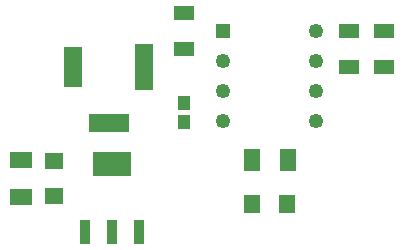
<source format=gbr>
G04*
G04 #@! TF.GenerationSoftware,Altium Limited,Altium Designer,24.8.2 (39)*
G04*
G04 Layer_Color=255*
%FSLAX25Y25*%
%MOIN*%
G70*
G04*
G04 #@! TF.SameCoordinates,7DA90572-2472-42F9-BF80-4CDDFEAFDCCF*
G04*
G04*
G04 #@! TF.FilePolarity,Positive*
G04*
G01*
G75*
%ADD18R,0.05339X0.07316*%
%ADD19R,0.05512X0.06299*%
%ADD20R,0.07087X0.04921*%
%ADD21R,0.04166X0.05142*%
%ADD22R,0.07316X0.05339*%
%ADD23R,0.06299X0.05512*%
%ADD24R,0.03543X0.08268*%
%ADD25R,0.12598X0.08268*%
%ADD31C,0.04921*%
%ADD32R,0.04921X0.04921*%
%ADD38R,0.13780X0.05906*%
%ADD39R,0.05906X0.13780*%
%ADD40R,0.05906X0.15748*%
D18*
X390008Y358500D02*
D03*
X377992D02*
D03*
D19*
X389906Y344000D02*
D03*
X378095D02*
D03*
D20*
X410500Y401504D02*
D03*
Y389496D02*
D03*
X422000Y389496D02*
D03*
Y401504D02*
D03*
X355500Y407504D02*
D03*
Y395496D02*
D03*
D21*
Y371445D02*
D03*
Y377555D02*
D03*
D22*
X301000Y346492D02*
D03*
Y358508D02*
D03*
D23*
X312000Y346595D02*
D03*
Y358405D02*
D03*
D24*
X322445Y334780D02*
D03*
X331500D02*
D03*
X340555D02*
D03*
D25*
X331500Y357221D02*
D03*
D31*
X399630Y401500D02*
D03*
Y391500D02*
D03*
Y381500D02*
D03*
Y371500D02*
D03*
X368370D02*
D03*
Y381500D02*
D03*
Y391500D02*
D03*
D32*
Y401500D02*
D03*
D38*
X330311Y370996D02*
D03*
D39*
X318500Y389500D02*
D03*
D40*
X342122D02*
D03*
M02*

</source>
